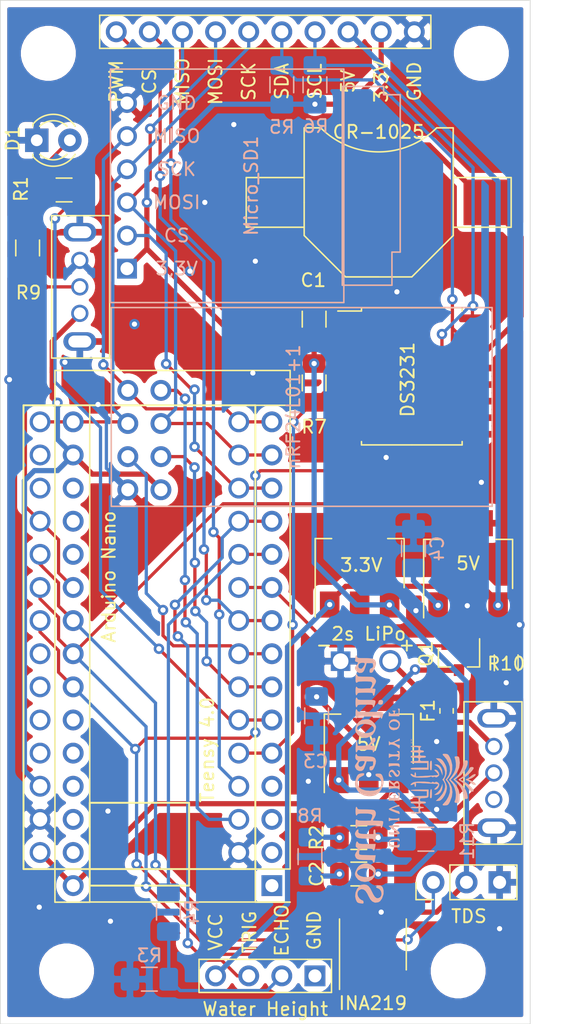
<source format=kicad_pcb>
(kicad_pcb (version 20171130) (host pcbnew "(5.1.6)-1")
  (layers (0 F.Cu signal) (31 B.Cu signal) (34 B.Paste user) (35 F.Paste user) (36 B.SilkS user) (37 F.SilkS user) (38 B.Mask user) (39 F.Mask user) (44 Edge.Cuts user))
  (net 0 "")
  (net 1 GND)
  (net 2 "Net-(D1-Pad2)")
  (net 3 "Net-(F1-Pad1)")
  (net 4 "Net-(F1-Pad2)")
  (net 5 "Net-(switch1-Pad3)")
  (net 6 "Net-(U1-Pad28)")
  (net 7 "Net-(U1-Pad30)")
  (net 8 "Net-(U1-Pad29)")
  (net 9 "Net-(U1-Pad22)")
  (net 10 "Net-(BT1-Pad1)")
  (net 11 "Net-(C1-Pad1)")
  (net 12 "Net-(U2-Pad1)")
  (net 13 "Net-(U2-Pad4)")
  (net 14 "Net-(U4-Pad1)")
  (net 15 "Net-(A1-Pad1)")
  (net 16 "Net-(A1-Pad17)")
  (net 17 "Net-(A1-Pad2)")
  (net 18 "Net-(A1-Pad18)")
  (net 19 "Net-(A1-Pad3)")
  (net 20 "Net-(A1-Pad19)")
  (net 21 "Net-(A1-Pad4)")
  (net 22 "Net-(A1-Pad20)")
  (net 23 "Net-(A1-Pad5)")
  (net 24 "Net-(A1-Pad21)")
  (net 25 "Net-(A1-Pad6)")
  (net 26 "Net-(A1-Pad22)")
  (net 27 "Net-(A1-Pad7)")
  (net 28 "Net-(A1-Pad23)")
  (net 29 "Net-(A1-Pad8)")
  (net 30 "Net-(A1-Pad24)")
  (net 31 "Net-(A1-Pad9)")
  (net 32 "Net-(A1-Pad25)")
  (net 33 "Net-(A1-Pad10)")
  (net 34 "Net-(A1-Pad26)")
  (net 35 "Net-(A1-Pad11)")
  (net 36 "Net-(A1-Pad27)")
  (net 37 "Net-(A1-Pad12)")
  (net 38 "Net-(A1-Pad28)")
  (net 39 "Net-(A1-Pad13)")
  (net 40 "Net-(A1-Pad29)")
  (net 41 "Net-(A1-Pad14)")
  (net 42 "Net-(A1-Pad15)")
  (net 43 "Net-(A1-Pad16)")
  (net 44 "Net-(C2-Pad1)")
  (net 45 "Net-(C2-Pad2)")
  (net 46 "Net-(R3-Pad1)")
  (net 47 "Net-(U1-Pad27)")
  (net 48 "Net-(U1-Pad21)")
  (net 49 "Net-(U3-Pad1)")
  (net 50 "Net-(U3-Pad2)")
  (net 51 "Net-(Ultrasonic_sensor1-Pad1)")
  (net 52 "Net-(A1-Pad30)")
  (net 53 "Net-(C4-Pad1)")
  (net 54 "Net-(U1-Pad2)")
  (net 55 "Net-(U1-Pad3)")
  (net 56 "Net-(R2-Pad1)")
  (net 57 "Net-(R11-Pad2)")
  (module custom:HCSR04 (layer F.Cu) (at 157.48 144.907)
    (fp_text reference "Water Height" (at 0 3.81) (layer F.SilkS))
    (fp_text value HCSR04)
    (fp_text user VCC (at -3.81 -2.0955 90) (layer F.SilkS))
    (fp_text user TRIG (at -1.2065 -2.0955 90) (layer F.SilkS))
    (fp_text user ECHO (at 1.27 -2.2225 90) (layer F.SilkS))
    (fp_text user GND (at 3.7465 -2.2225 90) (layer F.SilkS))
    (pad 1 thru_hole rect (at 3.81 1.27) (size 1.6 1.6) (drill 1) (layers *.Cu *.Mask) (net 51 "Net-(Ultrasonic_sensor1-Pad1)"))
    (pad 2 thru_hole circle (at 1.27 1.27) (size 1.6 1.6) (drill 1) (layers *.Cu *.Mask) (net 46 "Net-(R3-Pad1)"))
    (pad 3 thru_hole circle (at -1.27 1.27) (size 1.6 1.6) (drill 1) (layers *.Cu *.Mask) (net 37 "Net-(A1-Pad12)"))
    (pad 4 thru_hole circle (at -3.81 1.27) (size 1.6 1.6) (drill 1) (layers *.Cu *.Mask) (net 14 "Net-(U4-Pad1)"))
  )
  (module Module:Arduino_Nano (layer F.Cu) (at 157.988 139.2555 180)
    (fp_text reference "Arduino Nano" (at 12.5095 23.6855 90) (layer F.SilkS))
    (fp_text value Arduino_Nano_v2.x-MCU_Module)
    (pad 16 thru_hole oval (at 15.24 35.56 180) (size 1.6 1.6) (drill 1) (layers *.Cu *.Mask) (net 43 "Net-(A1-Pad16)"))
    (pad 15 thru_hole oval (at 0 35.56 180) (size 1.6 1.6) (drill 1) (layers *.Cu *.Mask) (net 42 "Net-(A1-Pad15)"))
    (pad 30 thru_hole oval (at 15.24 0 180) (size 1.6 1.6) (drill 1) (layers *.Cu *.Mask) (net 52 "Net-(A1-Pad30)"))
    (pad 14 thru_hole oval (at 0 33.02 180) (size 1.6 1.6) (drill 1) (layers *.Cu *.Mask) (net 41 "Net-(A1-Pad14)"))
    (pad 29 thru_hole oval (at 15.24 2.54 180) (size 1.6 1.6) (drill 1) (layers *.Cu *.Mask) (net 40 "Net-(A1-Pad29)"))
    (pad 13 thru_hole oval (at 0 30.48 180) (size 1.6 1.6) (drill 1) (layers *.Cu *.Mask) (net 39 "Net-(A1-Pad13)"))
    (pad 28 thru_hole oval (at 15.24 5.08 180) (size 1.6 1.6) (drill 1) (layers *.Cu *.Mask) (net 38 "Net-(A1-Pad28)"))
    (pad 12 thru_hole oval (at 0 27.94 180) (size 1.6 1.6) (drill 1) (layers *.Cu *.Mask) (net 37 "Net-(A1-Pad12)"))
    (pad 27 thru_hole oval (at 15.24 7.62 180) (size 1.6 1.6) (drill 1) (layers *.Cu *.Mask) (net 36 "Net-(A1-Pad27)"))
    (pad 11 thru_hole oval (at 0 25.4 180) (size 1.6 1.6) (drill 1) (layers *.Cu *.Mask) (net 35 "Net-(A1-Pad11)"))
    (pad 26 thru_hole oval (at 15.24 10.16 180) (size 1.6 1.6) (drill 1) (layers *.Cu *.Mask) (net 34 "Net-(A1-Pad26)"))
    (pad 10 thru_hole oval (at 0 22.86 180) (size 1.6 1.6) (drill 1) (layers *.Cu *.Mask) (net 33 "Net-(A1-Pad10)"))
    (pad 25 thru_hole oval (at 15.24 12.7 180) (size 1.6 1.6) (drill 1) (layers *.Cu *.Mask) (net 32 "Net-(A1-Pad25)"))
    (pad 9 thru_hole oval (at 0 20.32 180) (size 1.6 1.6) (drill 1) (layers *.Cu *.Mask) (net 31 "Net-(A1-Pad9)"))
    (pad 24 thru_hole oval (at 15.24 15.24 180) (size 1.6 1.6) (drill 1) (layers *.Cu *.Mask) (net 30 "Net-(A1-Pad24)"))
    (pad 8 thru_hole oval (at 0 17.78 180) (size 1.6 1.6) (drill 1) (layers *.Cu *.Mask) (net 29 "Net-(A1-Pad8)"))
    (pad 23 thru_hole oval (at 15.24 17.78 180) (size 1.6 1.6) (drill 1) (layers *.Cu *.Mask) (net 28 "Net-(A1-Pad23)"))
    (pad 7 thru_hole oval (at 0 15.24 180) (size 1.6 1.6) (drill 1) (layers *.Cu *.Mask) (net 27 "Net-(A1-Pad7)"))
    (pad 22 thru_hole oval (at 15.24 20.32 180) (size 1.6 1.6) (drill 1) (layers *.Cu *.Mask) (net 26 "Net-(A1-Pad22)"))
    (pad 6 thru_hole oval (at 0 12.7 180) (size 1.6 1.6) (drill 1) (layers *.Cu *.Mask) (net 25 "Net-(A1-Pad6)"))
    (pad 21 thru_hole oval (at 15.24 22.86 180) (size 1.6 1.6) (drill 1) (layers *.Cu *.Mask) (net 24 "Net-(A1-Pad21)"))
    (pad 5 thru_hole oval (at 0 10.16 180) (size 1.6 1.6) (drill 1) (layers *.Cu *.Mask) (net 23 "Net-(A1-Pad5)"))
    (pad 20 thru_hole oval (at 15.24 25.4 180) (size 1.6 1.6) (drill 1) (layers *.Cu *.Mask) (net 22 "Net-(A1-Pad20)"))
    (pad 4 thru_hole oval (at 0 7.62 180) (size 1.6 1.6) (drill 1) (layers *.Cu *.Mask) (net 21 "Net-(A1-Pad4)"))
    (pad 19 thru_hole oval (at 15.24 27.94 180) (size 1.6 1.6) (drill 1) (layers *.Cu *.Mask) (net 20 "Net-(A1-Pad19)"))
    (pad 3 thru_hole oval (at 0 5.08 180) (size 1.6 1.6) (drill 1) (layers *.Cu *.Mask) (net 19 "Net-(A1-Pad3)"))
    (pad 18 thru_hole oval (at 15.24 30.48 180) (size 1.6 1.6) (drill 1) (layers *.Cu *.Mask) (net 18 "Net-(A1-Pad18)"))
    (pad 2 thru_hole oval (at 0 2.54 180) (size 1.6 1.6) (drill 1) (layers *.Cu *.Mask) (net 17 "Net-(A1-Pad2)"))
    (pad 17 thru_hole oval (at 15.24 33.02 180) (size 1.6 1.6) (drill 1) (layers *.Cu *.Mask) (net 16 "Net-(A1-Pad17)"))
    (pad 1 thru_hole rect (at 0 0 180) (size 1.6 1.6) (drill 1) (layers *.Cu *.Mask) (net 15 "Net-(A1-Pad1)"))
  )
  (module Connector_PinHeader_2.54mm:PinHeader_1x03_P2.54mm_Vertical (layer F.Cu) (at 170.3705 139.0015 90)
    (fp_text reference TDS (at -2.6035 2.7305) (layer F.SilkS))
    (fp_text value tds_3pin)
    (pad 1 thru_hole oval (at 0 0 90) (size 1.7 1.7) (drill 1) (layers *.Cu *.Mask) (net 26 "Net-(A1-Pad22)"))
    (pad 2 thru_hole oval (at 0 2.54 90) (size 1.7 1.7) (drill 1) (layers *.Cu *.Mask) (net 11 "Net-(C1-Pad1)"))
    (pad 3 thru_hole rect (at 0 5.08 90) (size 1.7 1.7) (drill 1) (layers *.Cu *.Mask) (net 1 GND))
  )
  (module Resistor_SMD:R_1206_3216Metric_Pad1.42x1.75mm_HandSolder (layer B.Cu) (at 169.799 135.6995 180)
    (fp_text reference R11 (at -3.175 -0.127 90) (layer B.SilkS) (effects (justify mirror)))
    (fp_text value 10)
    (pad 2 smd roundrect (at 1.4875 0 180) (size 1.425 1.75) (layers B.Cu B.Paste B.Mask) (roundrect_rratio 0.175439) (net 57 "Net-(R11-Pad2)"))
    (pad 1 smd roundrect (at -1.4875 0 180) (size 1.425 1.75) (layers B.Cu B.Paste B.Mask) (roundrect_rratio 0.175439) (net 45 "Net-(C2-Pad2)"))
  )
  (module Resistor_SMD:R_1206_3216Metric_Pad1.42x1.75mm_HandSolder (layer B.Cu) (at 160.909 137.033 90)
    (fp_text reference R8 (at 3.1115 0 180) (layer B.SilkS) (effects (justify mirror)))
    (fp_text value 10)
    (pad 2 smd roundrect (at 1.4875 0 90) (size 1.425 1.75) (layers B.Cu B.Paste B.Mask) (roundrect_rratio 0.175439) (net 56 "Net-(R2-Pad1)"))
    (pad 1 smd roundrect (at -1.4875 0 90) (size 1.425 1.75) (layers B.Cu B.Paste B.Mask) (roundrect_rratio 0.175439) (net 44 "Net-(C2-Pad1)"))
  )
  (module custom:teensy4.0 (layer F.Cu) (at 147.193 120.2055 90)
    (fp_text reference "Teensy 4.0" (at -8.636 5.842 90) (layer F.SilkS))
    (fp_text value Teensy4.0)
    (pad 1 thru_hole circle (at -16.51 8.255 90) (size 1.6 1.6) (drill 1.1) (layers *.Cu *.Mask) (net 1 GND))
    (pad 26 thru_hole circle (at 1.27 -6.985 90) (size 1.6 1.6) (drill 1.1) (layers *.Cu *.Mask) (net 30 "Net-(A1-Pad24)"))
    (pad 7 thru_hole circle (at -1.27 8.255 90) (size 1.6 1.6) (drill 1.1) (layers *.Cu *.Mask) (net 29 "Net-(A1-Pad8)"))
    (pad 11 thru_hole circle (at 8.89 8.255 90) (size 1.6 1.6) (drill 1.1) (layers *.Cu *.Mask) (net 37 "Net-(A1-Pad12)"))
    (pad 12 thru_hole circle (at 11.43 8.255 90) (size 1.6 1.6) (drill 1.1) (layers *.Cu *.Mask) (net 39 "Net-(A1-Pad13)"))
    (pad 14 thru_hole circle (at 16.51 8.255 90) (size 1.6 1.6) (drill 1.1) (layers *.Cu *.Mask) (net 42 "Net-(A1-Pad15)"))
    (pad 32 thru_hole circle (at -13.97 -6.985 90) (size 1.6 1.6) (drill 1.1) (layers *.Cu *.Mask) (net 1 GND))
    (pad 28 thru_hole circle (at -3.81 -6.985 90) (size 1.6 1.6) (drill 1.1) (layers *.Cu *.Mask) (net 6 "Net-(U1-Pad28)"))
    (pad 23 thru_hole circle (at 8.89 -6.985 90) (size 1.6 1.6) (drill 1.1) (layers *.Cu *.Mask) (net 24 "Net-(A1-Pad21)"))
    (pad 13 thru_hole circle (at 13.97 8.255 90) (size 1.6 1.6) (drill 1.1) (layers *.Cu *.Mask) (net 41 "Net-(A1-Pad14)"))
    (pad 33 thru_hole circle (at -16.51 -6.985 90) (size 1.6 1.6) (drill 1.1) (layers *.Cu *.Mask) (net 52 "Net-(A1-Pad30)"))
    (pad 30 thru_hole circle (at -8.89 -6.985 90) (size 1.6 1.6) (drill 1.1) (layers *.Cu *.Mask) (net 7 "Net-(U1-Pad30)"))
    (pad 27 thru_hole circle (at -1.27 -6.985 90) (size 1.6 1.6) (drill 1.1) (layers *.Cu *.Mask) (net 47 "Net-(U1-Pad27)"))
    (pad 25 thru_hole circle (at 3.81 -6.985 90) (size 1.6 1.6) (drill 1.1) (layers *.Cu *.Mask) (net 28 "Net-(A1-Pad23)"))
    (pad 24 thru_hole circle (at 6.35 -6.985 90) (size 1.6 1.6) (drill 1.1) (layers *.Cu *.Mask) (net 26 "Net-(A1-Pad22)"))
    (pad 20 thru_hole circle (at 16.51 -6.985 90) (size 1.6 1.6) (drill 1.1) (layers *.Cu *.Mask) (net 43 "Net-(A1-Pad16)"))
    (pad 2 thru_hole circle (at -13.97 8.255 90) (size 1.6 1.6) (drill 1.1) (layers *.Cu *.Mask) (net 54 "Net-(U1-Pad2)"))
    (pad 21 thru_hole circle (at 13.97 -6.985 90) (size 1.6 1.6) (drill 1.1) (layers *.Cu *.Mask) (net 48 "Net-(U1-Pad21)"))
    (pad 29 thru_hole circle (at -6.35 -6.985 90) (size 1.6 1.6) (drill 1.1) (layers *.Cu *.Mask) (net 8 "Net-(U1-Pad29)"))
    (pad 3 thru_hole circle (at -11.43 8.255 90) (size 1.6 1.6) (drill 1.1) (layers *.Cu *.Mask) (net 55 "Net-(U1-Pad3)"))
    (pad 4 thru_hole circle (at -8.89 8.255 90) (size 1.6 1.6) (drill 1.1) (layers *.Cu *.Mask) (net 23 "Net-(A1-Pad5)"))
    (pad 5 thru_hole circle (at -6.35 8.255 90) (size 1.6 1.6) (drill 1.1) (layers *.Cu *.Mask) (net 25 "Net-(A1-Pad6)"))
    (pad 9 thru_hole circle (at 3.81 8.255 90) (size 1.6 1.6) (drill 1.1) (layers *.Cu *.Mask) (net 33 "Net-(A1-Pad10)"))
    (pad 6 thru_hole circle (at -3.81 8.255 90) (size 1.6 1.6) (drill 1.1) (layers *.Cu *.Mask) (net 27 "Net-(A1-Pad7)"))
    (pad 8 thru_hole circle (at 1.27 8.255 90) (size 1.6 1.6) (drill 1.1) (layers *.Cu *.Mask) (net 31 "Net-(A1-Pad9)"))
    (pad 10 thru_hole circle (at 6.35 8.255 90) (size 1.6 1.6) (drill 1.1) (layers *.Cu *.Mask) (net 35 "Net-(A1-Pad11)"))
    (pad 31 thru_hole circle (at -11.43 -6.985 90) (size 1.6 1.6) (drill 1.1) (layers *.Cu *.Mask) (net 16 "Net-(A1-Pad17)"))
    (pad 22 thru_hole circle (at 11.43 -6.985 90) (size 1.6 1.6) (drill 1.1) (layers *.Cu *.Mask) (net 9 "Net-(U1-Pad22)"))
  )
  (module UofSC_logo:uofsc_logo_0_75in (layer B.Cu) (at 169.037 131.1275 90)
    (fp_text reference G*** hide)
    (fp_text value LOGO hide)
  )
  (module Resistor_SMD:R_1206_3216Metric_Pad1.42x1.75mm_HandSolder (layer B.Cu) (at 168.8465 113.411 90)
    (fp_text reference C4 (at 0 1.82 90) (layer B.SilkS) (effects (justify mirror)))
    (fp_text value C)
    (pad 2 smd roundrect (at 1.4875 0 90) (size 1.425 1.75) (layers B.Cu B.Paste B.Mask) (roundrect_rratio 0.175439) (net 1 GND))
    (pad 1 smd roundrect (at -1.4875 0 90) (size 1.425 1.75) (layers B.Cu B.Paste B.Mask) (roundrect_rratio 0.175439) (net 53 "Net-(C4-Pad1)"))
  )
  (module Resistor_SMD:R_1206_3216Metric_Pad1.42x1.75mm_HandSolder (layer B.Cu) (at 161.417 126.238 90)
    (fp_text reference C3 (at -3.4925 -0.0635) (layer B.SilkS) (effects (justify mirror)))
    (fp_text value C)
    (pad 2 smd roundrect (at 1.4875 0 90) (size 1.425 1.75) (layers B.Cu B.Paste B.Mask) (roundrect_rratio 0.175439) (net 52 "Net-(A1-Pad30)"))
    (pad 1 smd roundrect (at -1.4875 0 90) (size 1.425 1.75) (layers B.Cu B.Paste B.Mask) (roundrect_rratio 0.175439) (net 1 GND))
  )
  (module Resistor_SMD:R_1206_3216Metric (layer F.Cu) (at 161.2265 95.8215 90)
    (fp_text reference C1 (at 2.9845 -0.0635 180) (layer F.SilkS))
    (fp_text value C)
    (pad 1 smd roundrect (at -1.4 0 90) (size 1.25 1.75) (layers F.Cu F.Paste F.Mask) (roundrect_rratio 0.2) (net 11 "Net-(C1-Pad1)"))
    (pad 2 smd roundrect (at 1.4 0 90) (size 1.25 1.75) (layers F.Cu F.Paste F.Mask) (roundrect_rratio 0.2) (net 1 GND))
  )
  (module Resistor_SMD:R_1206_3216Metric_Pad1.42x1.75mm_HandSolder (layer F.Cu) (at 175.9585 122.174 90)
    (fp_text reference R10 (at -0.0635 0 180) (layer F.SilkS))
    (fp_text value 10k)
    (pad 2 smd roundrect (at 1.4875 0 90) (size 1.425 1.75) (layers F.Cu F.Paste F.Mask) (roundrect_rratio 0.175439) (net 53 "Net-(C4-Pad1)"))
    (pad 1 smd roundrect (at -1.4875 0 90) (size 1.425 1.75) (layers F.Cu F.Paste F.Mask) (roundrect_rratio 0.175439) (net 1 GND))
  )
  (module MountingHole:MountingHole_3.2mm_M3 (layer F.Cu) (at 140.843 75.438)
    (fp_text reference REF** hide)
    (fp_text value MountingHole_3.2mm_M3)
    (pad 1 np_thru_hole circle (at 0 0) (size 3.2 3.2) (drill 3.2) (layers *.Cu *.Mask))
  )
  (module MountingHole:MountingHole_3.2mm_M3 (layer F.Cu) (at 174.0535 75.438)
    (fp_text reference REF** hide)
    (fp_text value MountingHole_3.2mm_M3)
    (pad 1 np_thru_hole circle (at 0 0) (size 3.2 3.2) (drill 3.2) (layers *.Cu *.Mask))
  )
  (module MountingHole:MountingHole_3.2mm_M3 (layer F.Cu) (at 142.24 145.796)
    (fp_text reference REF** hide)
    (fp_text value MountingHole_3.2mm_M3)
    (pad 1 np_thru_hole circle (at 0 0) (size 3.2 3.2) (drill 3.2) (layers *.Cu *.Mask))
  )
  (module MountingHole:MountingHole_3.2mm_M3 (layer F.Cu) (at 172.2755 145.796)
    (fp_text reference REF** hide)
    (fp_text value MountingHole_3.2mm_M3)
    (pad 1 np_thru_hole circle (at 0 0) (size 3.2 3.2) (drill 3.2) (layers *.Cu *.Mask))
  )
  (module custom:battery_holder_10mm (layer F.Cu) (at 166.1795 86.868)
    (fp_text reference CR-1025 (at 0 -5.3975) (layer F.SilkS))
    (fp_text value Battery_Cell)
    (pad 1 smd rect (at 8.255 0 270) (size 3.5 3.5) (layers F.Cu F.Mask) (net 10 "Net-(BT1-Pad1)"))
    (pad 1 smd rect (at -8.255 0 270) (size 3.5 3.5) (layers F.Cu F.Mask) (net 10 "Net-(BT1-Pad1)"))
    (pad 2 smd circle (at 0 0 270) (size 8 8) (layers F.Cu F.Mask) (net 1 GND))
  )
  (module Resistor_SMD:R_1206_3216Metric_Pad1.42x1.75mm_HandSolder (layer F.Cu) (at 164.6555 138.3665)
    (fp_text reference C2 (at -3.2385 0 90) (layer F.SilkS))
    (fp_text value C)
    (pad 2 smd roundrect (at 1.4875 0) (size 1.425 1.75) (layers F.Cu F.Paste F.Mask) (roundrect_rratio 0.175439) (net 45 "Net-(C2-Pad2)"))
    (pad 1 smd roundrect (at -1.4875 0) (size 1.425 1.75) (layers F.Cu F.Paste F.Mask) (roundrect_rratio 0.175439) (net 44 "Net-(C2-Pad1)"))
  )
  (module LED_THT:LED_D3.0mm (layer F.Cu) (at 139.954 82.1055)
    (fp_text reference D1 (at -1.8415 -0.127 90) (layer F.SilkS))
    (fp_text value LED)
    (pad 1 thru_hole rect (at 0 0) (size 1.8 1.8) (drill 0.9) (layers *.Cu *.Mask) (net 1 GND))
    (pad 2 thru_hole circle (at 2.54 0) (size 1.8 1.8) (drill 0.9) (layers *.Cu *.Mask) (net 2 "Net-(D1-Pad2)"))
  )
  (module Resistor_SMD:R_0603_1608Metric_Pad1.05x0.95mm_HandSolder (layer F.Cu) (at 171.3865 125.857 90)
    (fp_text reference F1 (at 0 -1.43 90) (layer F.SilkS))
    (fp_text value Fuse)
    (pad 1 smd roundrect (at -0.875 0 90) (size 1.05 0.95) (layers F.Cu F.Paste F.Mask) (net 3 "Net-(F1-Pad1)"))
    (pad 2 smd roundrect (at 0.875 0 90) (size 1.05 0.95) (layers F.Cu F.Paste F.Mask) (net 4 "Net-(F1-Pad2)"))
  )
  (module custom:small_microSD (layer F.Cu) (at 145.6055 85.598 90)
    (fp_text reference Micro_SD1 (at 0 10.795 90) (layer B.SilkS))
    (fp_text value small_microSD)
    (fp_text user 3,3V (at -6.35 5.08) (layer B.SilkS))
    (fp_text user CS (at -3.81 5.08) (layer B.SilkS))
    (fp_text user MOSI (at -1.27 5.08) (layer B.SilkS))
    (fp_text user SCK (at 1.27 5.08) (layer B.SilkS))
    (fp_text user MISO (at 3.81 5.08) (layer B.SilkS))
    (fp_text user GND (at 6.35 5.08) (layer B.SilkS))
    (pad 1 thru_hole rect (at -6.35 1.27 90) (size 1.524 1.524) (drill 1) (layers *.Cu *.Mask) (net 11 "Net-(C1-Pad1)"))
    (pad 2 thru_hole circle (at -3.81 1.27 90) (size 1.524 1.524) (drill 1) (layers *.Cu *.Mask) (net 39 "Net-(A1-Pad13)"))
    (pad 3 thru_hole circle (at -1.27 1.27 90) (size 1.524 1.524) (drill 1) (layers *.Cu *.Mask) (net 41 "Net-(A1-Pad14)"))
    (pad 4 thru_hole circle (at 1.27 1.27 90) (size 1.524 1.524) (drill 1) (layers *.Cu *.Mask) (net 43 "Net-(A1-Pad16)"))
    (pad 5 thru_hole circle (at 3.81 1.27 90) (size 1.524 1.524) (drill 1) (layers *.Cu *.Mask) (net 42 "Net-(A1-Pad15)"))
    (pad 6 thru_hole circle (at 6.35 1.27 90) (size 1.524 1.524) (drill 1) (layers *.Cu *.Mask) (net 1 GND))
  )
  (module custom:nRF24L01+ (layer F.Cu) (at 158.369 102.5525 270)
    (fp_text reference nRF24L01+1 (at 0 -1.27 90) (layer B.SilkS))
    (fp_text value nRF24L01+)
    (pad 8 thru_hole circle (at -1.27 11.43 270) (size 1.6 1.6) (drill 1) (layers *.Cu *.Mask) (net 42 "Net-(A1-Pad15)"))
    (pad 4 thru_hole circle (at -1.27 8.89 270) (size 1.6 1.6) (drill 1) (layers *.Cu *.Mask) (net 54 "Net-(U1-Pad2)"))
    (pad 1 thru_hole circle (at 6.35 8.89 270) (size 1.6 1.6) (drill 1) (layers *.Cu *.Mask) (net 16 "Net-(A1-Pad17)"))
    (pad 2 thru_hole circle (at 3.81 8.89 270) (size 1.6 1.6) (drill 1) (layers *.Cu *.Mask) (net 27 "Net-(A1-Pad7)"))
    (pad 6 thru_hole circle (at 3.81 11.43 270) (size 1.6 1.6) (drill 1) (layers *.Cu *.Mask) (net 29 "Net-(A1-Pad8)"))
    (pad 5 thru_hole circle (at 6.35 11.43 270) (size 1.6 1.6) (drill 1) (layers *.Cu *.Mask) (net 1 GND))
    (pad 7 thru_hole circle (at 1.27 11.43 270) (size 1.6 1.6) (drill 1) (layers *.Cu *.Mask) (net 43 "Net-(A1-Pad16)"))
    (pad 3 thru_hole circle (at 1.27 8.89 270) (size 1.6 1.6) (drill 1) (layers *.Cu *.Mask) (net 41 "Net-(A1-Pad14)"))
  )
  (module custom:XT60PW (layer F.Cu) (at 165.7985 119.507)
    (fp_text reference "2s LiPo" (at -0.381 0.4445) (layer F.SilkS))
    (fp_text value XP60PW)
    (fp_text user + (at 2.54 1.27) (layer F.SilkS))
    (fp_text user - (at -3.81 1.27) (layer F.SilkS))
    (pad 2 thru_hole circle (at 1.27 2.54) (size 1.7 1.7) (drill 1.2) (layers *.Cu *.Mask) (net 4 "Net-(F1-Pad2)"))
    (pad 1 thru_hole rect (at -2.54 2.54) (size 1.5 1.5) (drill 1.2) (layers *.Cu *.Mask) (net 1 GND))
  )
  (module Package_TO_SOT_SMD:SOT-23 (layer F.Cu) (at 172.339 121.7295 270)
    (fp_text reference Q1 (at -0.254 2.54 90) (layer F.SilkS))
    (fp_text value 2N2219)
    (pad 1 smd rect (at -1 -0.95 270) (size 0.9 0.8) (layers F.Cu F.Paste F.Mask) (net 53 "Net-(C4-Pad1)"))
    (pad 2 smd rect (at -1 0.95 270) (size 0.9 0.8) (layers F.Cu F.Paste F.Mask) (net 33 "Net-(A1-Pad10)"))
    (pad 3 smd rect (at 1 0 270) (size 0.9 0.8) (layers F.Cu F.Paste F.Mask) (net 45 "Net-(C2-Pad2)"))
  )
  (module Resistor_SMD:R_1206_3216Metric_Pad1.42x1.75mm_HandSolder (layer F.Cu) (at 142.0495 85.9155 180)
    (fp_text reference R1 (at 3.302 0.0635 90) (layer F.SilkS))
    (fp_text value 1k)
    (pad 1 smd roundrect (at -1.4875 0 180) (size 1.425 1.75) (layers F.Cu F.Paste F.Mask) (roundrect_rratio 0.175439) (net 25 "Net-(A1-Pad6)"))
    (pad 2 smd roundrect (at 1.4875 0 180) (size 1.425 1.75) (layers F.Cu F.Paste F.Mask) (roundrect_rratio 0.175439) (net 2 "Net-(D1-Pad2)"))
  )
  (module Resistor_SMD:R_1206_3216Metric_Pad1.42x1.75mm_HandSolder (layer F.Cu) (at 164.6555 135.5725)
    (fp_text reference R2 (at -3.2385 0 90) (layer F.SilkS))
    (fp_text value Rs)
    (pad 1 smd roundrect (at -1.4875 0) (size 1.425 1.75) (layers F.Cu F.Paste F.Mask) (roundrect_rratio 0.175439) (net 56 "Net-(R2-Pad1)"))
    (pad 2 smd roundrect (at 1.4875 0) (size 1.425 1.75) (layers F.Cu F.Paste F.Mask) (roundrect_rratio 0.175439) (net 57 "Net-(R11-Pad2)"))
  )
  (module Resistor_SMD:R_1206_3216Metric_Pad1.42x1.75mm_HandSolder (layer B.Cu) (at 148.59 146.431 180)
    (fp_text reference R3 (at 0 1.82) (layer B.SilkS) (effects (justify mirror)))
    (fp_text value 2.2k)
    (pad 2 smd roundrect (at 1.4875 0 180) (size 1.425 1.75) (layers B.Cu B.Paste B.Mask) (roundrect_rratio 0.175439) (net 1 GND))
    (pad 1 smd roundrect (at -1.4875 0 180) (size 1.425 1.75) (layers B.Cu B.Paste B.Mask) (roundrect_rratio 0.175439) (net 46 "Net-(R3-Pad1)"))
  )
  (module Resistor_SMD:R_1206_3216Metric_Pad1.42x1.75mm_HandSolder (layer B.Cu) (at 150.0505 141.2875 90)
    (fp_text reference R4 (at 0 1.82 90) (layer B.SilkS) (effects (justify mirror)))
    (fp_text value 2.2k)
    (pad 2 smd roundrect (at 1.4875 0 90) (size 1.425 1.75) (layers B.Cu B.Paste B.Mask) (roundrect_rratio 0.175439) (net 35 "Net-(A1-Pad11)"))
    (pad 1 smd roundrect (at -1.4875 0 90) (size 1.425 1.75) (layers B.Cu B.Paste B.Mask) (roundrect_rratio 0.175439) (net 46 "Net-(R3-Pad1)"))
  )
  (module Resistor_SMD:R_1206_3216Metric_Pad1.42x1.75mm_HandSolder (layer B.Cu) (at 158.75 77.851 90)
    (fp_text reference R5 (at -3.2385 0 180) (layer B.SilkS) (effects (justify mirror)))
    (fp_text value 4.7k)
    (pad 2 smd roundrect (at 1.4875 0 90) (size 1.425 1.75) (layers B.Cu B.Paste B.Mask) (roundrect_rratio 0.175439) (net 28 "Net-(A1-Pad23)"))
    (pad 1 smd roundrect (at -1.4875 0 90) (size 1.425 1.75) (layers B.Cu B.Paste B.Mask) (roundrect_rratio 0.175439) (net 11 "Net-(C1-Pad1)"))
  )
  (module Resistor_SMD:R_1206_3216Metric_Pad1.42x1.75mm_HandSolder (layer B.Cu) (at 161.29 77.851 90)
    (fp_text reference R6 (at -3.175 0.0635) (layer B.SilkS) (effects (justify mirror)))
    (fp_text value 4.7k)
    (pad 2 smd roundrect (at 1.4875 0 90) (size 1.425 1.75) (layers B.Cu B.Paste B.Mask) (roundrect_rratio 0.175439) (net 30 "Net-(A1-Pad24)"))
    (pad 1 smd roundrect (at -1.4875 0 90) (size 1.425 1.75) (layers B.Cu B.Paste B.Mask) (roundrect_rratio 0.175439) (net 11 "Net-(C1-Pad1)"))
  )
  (module Resistor_SMD:R_1206_3216Metric_Pad1.42x1.75mm_HandSolder (layer F.Cu) (at 161.2265 100.711 270)
    (fp_text reference R7 (at 3.3655 0 180) (layer F.SilkS))
    (fp_text value 4.7k)
    (pad 1 smd roundrect (at -1.4875 0 270) (size 1.425 1.75) (layers F.Cu F.Paste F.Mask) (roundrect_rratio 0.175439) (net 11 "Net-(C1-Pad1)"))
    (pad 2 smd roundrect (at 1.4875 0 270) (size 1.425 1.75) (layers F.Cu F.Paste F.Mask) (roundrect_rratio 0.175439) (net 23 "Net-(A1-Pad5)"))
  )
  (module Resistor_SMD:R_1206_3216Metric_Pad1.42x1.75mm_HandSolder (layer F.Cu) (at 139.2555 90.3605 90)
    (fp_text reference R9 (at -3.429 0.0635 180) (layer F.SilkS))
    (fp_text value 10k)
    (pad 1 smd roundrect (at -1.4875 0 90) (size 1.425 1.75) (layers F.Cu F.Paste F.Mask) (roundrect_rratio 0.175439) (net 24 "Net-(A1-Pad21)"))
    (pad 2 smd roundrect (at 1.4875 0 90) (size 1.425 1.75) (layers F.Cu F.Paste F.Mask) (roundrect_rratio 0.175439) (net 1 GND))
  )
  (module custom:grounded_switch (layer F.Cu) (at 180.086 130.6195 270)
    (fp_text reference switch1 hide)
    (fp_text value grounded_switch)
    (pad 1 thru_hole circle (at -2.032 5.08 270) (size 1.324 1.324) (drill 0.914) (layers *.Cu *.Mask) (net 3 "Net-(F1-Pad1)"))
    (pad 2 thru_hole circle (at 0 5.08 270) (size 1.324 1.324) (drill 0.914) (layers *.Cu *.Mask) (net 56 "Net-(R2-Pad1)"))
    (pad 3 thru_hole circle (at 2.032 5.08 270) (size 1.324 1.324) (drill 0.914) (layers *.Cu *.Mask) (net 5 "Net-(switch1-Pad3)"))
    (pad 4 thru_hole oval (at -4.191 5.08) (size 2.524 1.424) (drill oval 1.76 0.914) (layers *.Cu *.Mask) (net 1 GND))
    (pad 5 thru_hole oval (at 4.191 5.08) (size 2.524 1.424) (drill oval 1.76 0.914) (layers *.Cu *.Mask) (net 1 GND))
  )
  (module custom:grounded_switch (layer F.Cu) (at 138.176 93.345 90)
    (fp_text reference switch2 hide)
    (fp_text value grounded_DIP_switch)
    (pad 5 thru_hole oval (at 4.191 5.08 180) (size 2.524 1.424) (drill oval 1.76 0.914) (layers *.Cu *.Mask) (net 1 GND))
    (pad 4 thru_hole oval (at -4.191 5.08 180) (size 2.524 1.424) (drill oval 1.76 0.914) (layers *.Cu *.Mask) (net 1 GND))
    (pad 3 thru_hole circle (at 2.032 5.08 90) (size 1.324 1.324) (drill 0.914) (layers *.Cu *.Mask) (net 1 GND))
    (pad 2 thru_hole circle (at 0 5.08 90) (size 1.324 1.324) (drill 0.914) (layers *.Cu *.Mask) (net 24 "Net-(A1-Pad21)"))
    (pad 1 thru_hole circle (at -2.032 5.08 90) (size 1.324 1.324) (drill 0.914) (layers *.Cu *.Mask) (net 16 "Net-(A1-Pad17)"))
  )
  (module custom:top_rail (layer F.Cu) (at 156.21 73.787)
    (fp_text reference top_rail1 hide)
    (fp_text value top_rail)
    (fp_text user CS (at -7.62 3.81 90) (layer F.SilkS))
    (fp_text user MISO (at -5.08 3.81 90) (layer F.SilkS))
    (fp_text user MOSI (at -2.54 3.81 90) (layer F.SilkS))
    (fp_text user SCK (at 0 3.81 90) (layer F.SilkS))
    (fp_text user SDA (at 2.54 3.81 90) (layer F.SilkS))
    (fp_text user SCL (at 5.08 3.81 90) (layer F.SilkS))
    (fp_text user 5V (at 7.62 3.81 90) (layer F.SilkS))
    (fp_text user 3.3V (at 10.16 3.81 90) (layer F.SilkS))
    (fp_text user GND (at 12.7 3.81 90) (layer F.SilkS))
    (fp_text user PWM (at -10.16 3.81 90) (layer F.SilkS))
    (pad 1 thru_hole circle (at -7.62 0) (size 1.6 1.6) (drill 1) (layers *.Cu *.Mask) (net 55 "Net-(U1-Pad3)"))
    (pad 2 thru_hole circle (at -5.08 0) (size 1.6 1.6) (drill 1) (layers *.Cu *.Mask) (net 42 "Net-(A1-Pad15)"))
    (pad 3 thru_hole circle (at -2.54 0) (size 1.6 1.6) (drill 1) (layers *.Cu *.Mask) (net 41 "Net-(A1-Pad14)"))
    (pad 4 thru_hole circle (at 0 0) (size 1.6 1.6) (drill 1) (layers *.Cu *.Mask) (net 43 "Net-(A1-Pad16)"))
    (pad 5 thru_hole circle (at 2.54 0) (size 1.6 1.6) (drill 1) (layers *.Cu *.Mask) (net 28 "Net-(A1-Pad23)"))
    (pad 6 thru_hole circle (at 5.08 0) (size 1.6 1.6) (drill 1) (layers *.Cu *.Mask) (net 30 "Net-(A1-Pad24)"))
    (pad 7 thru_hole circle (at 7.62 0) (size 1.6 1.6) (drill 1) (layers *.Cu *.Mask) (net 14 "Net-(U4-Pad1)"))
    (pad 8 thru_hole circle (at 10.16 0) (size 1.6 1.6) (drill 1) (layers *.Cu *.Mask) (net 11 "Net-(C1-Pad1)"))
    (pad 9 thru_hole circle (at 12.7 0) (size 1.6 1.6) (drill 1) (layers *.Cu *.Mask) (net 1 GND))
    (pad 10 thru_hole circle (at -10.16 0) (size 1.6 1.6) (drill 1) (layers *.Cu *.Mask) (net 31 "Net-(A1-Pad9)"))
  )
  (module Package_SO:SOIC-16W_7.5x10.3mm_P1.27mm (layer F.Cu) (at 168.7195 100.203)
    (fp_text reference DS3231 (at -0.3175 0.254 90) (layer F.SilkS))
    (fp_text value DS3231M)
    (pad 1 smd roundrect (at -4.65 -4.445) (size 2.05 0.6) (layers F.Cu F.Paste F.Mask) (net 12 "Net-(U2-Pad1)"))
    (pad 2 smd roundrect (at -4.65 -3.175) (size 2.05 0.6) (layers F.Cu F.Paste F.Mask) (net 11 "Net-(C1-Pad1)"))
    (pad 3 smd roundrect (at -4.65 -1.905) (size 2.05 0.6) (layers F.Cu F.Paste F.Mask) (net 23 "Net-(A1-Pad5)"))
    (pad 4 smd roundrect (at -4.65 -0.635) (size 2.05 0.6) (layers F.Cu F.Paste F.Mask) (net 13 "Net-(U2-Pad4)"))
    (pad 5 smd roundrect (at -4.65 0.635) (size 2.05 0.6) (layers F.Cu F.Paste F.Mask) (net 1 GND))
    (pad 6 smd roundrect (at -4.65 1.905) (size 2.05 0.6) (layers F.Cu F.Paste F.Mask) (net 1 GND))
    (pad 7 smd roundrect (at -4.65 3.175) (size 2.05 0.6) (layers F.Cu F.Paste F.Mask) (net 1 GND))
    (pad 8 smd roundrect (at -4.65 4.445) (size 2.05 0.6) (layers F.Cu F.Paste F.Mask) (net 1 GND))
    (pad 9 smd roundrect (at 4.65 4.445) (size 2.05 0.6) (layers F.Cu F.Paste F.Mask) (net 1 GND))
    (pad 10 smd roundrect (at 4.65 3.175) (size 2.05 0.6) (layers F.Cu F.Paste F.Mask) (net 1 GND))
    (pad 11 smd roundrect (at 4.65 1.905) (size 2.05 0.6) (layers F.Cu F.Paste F.Mask) (net 1 GND))
    (pad 12 smd roundrect (at 4.65 0.635) (size 2.05 0.6) (layers F.Cu F.Paste F.Mask) (net 1 GND))
    (pad 13 smd roundrect (at 4.65 -0.635) (size 2.05 0.6) (layers F.Cu F.Paste F.Mask) (net 1 GND))
    (pad 14 smd roundrect (at 4.65 -1.905) (size 2.05 0.6) (layers F.Cu F.Paste F.Mask) (net 10 "Net-(BT1-Pad1)"))
    (pad 15 smd roundrect (at 4.65 -3.175) (size 2.05 0.6) (layers F.Cu F.Paste F.Mask) (net 28 "Net-(A1-Pad23)"))
    (pad 16 smd roundrect (at 4.65 -4.445) (size 2.05 0.6) (layers F.Cu F.Paste F.Mask) (net 30 "Net-(A1-Pad24)"))
  )
  (module Package_SO:SOIC-8_3.9x4.9mm_P1.27mm (layer F.Cu) (at 165.735 143.764 90)
    (fp_text reference INA219 (at -4.5085 0 180) (layer F.SilkS))
    (fp_text value INA219AxD)
    (pad 1 smd roundrect (at -2.475 -1.905 90) (size 1.95 0.6) (layers F.Cu F.Paste F.Mask) (net 49 "Net-(U3-Pad1)"))
    (pad 2 smd roundrect (at -2.475 -0.635 90) (size 1.95 0.6) (layers F.Cu F.Paste F.Mask) (net 50 "Net-(U3-Pad2)"))
    (pad 3 smd roundrect (at -2.475 0.635 90) (size 1.95 0.6) (layers F.Cu F.Paste F.Mask) (net 28 "Net-(A1-Pad23)"))
    (pad 4 smd roundrect (at -2.475 1.905 90) (size 1.95 0.6) (layers F.Cu F.Paste F.Mask) (net 30 "Net-(A1-Pad24)"))
    (pad 5 smd roundrect (at 2.475 1.905 90) (size 1.95 0.6) (layers F.Cu F.Paste F.Mask) (net 11 "Net-(C1-Pad1)"))
    (pad 6 smd roundrect (at 2.475 0.635 90) (size 1.95 0.6) (layers F.Cu F.Paste F.Mask) (net 1 GND))
    (pad 7 smd roundrect (at 2.475 -0.635 90) (size 1.95 0.6) (layers F.Cu F.Paste F.Mask) (net 45 "Net-(C2-Pad2)"))
    (pad 8 smd roundrect (at 2.475 -1.905 90) (size 1.95 0.6) (layers F.Cu F.Paste F.Mask) (net 44 "Net-(C2-Pad1)"))
  )
  (module Package_TO_SOT_SMD:SOT-223-3_TabPin2 (layer F.Cu) (at 164.719 114.554 90)
    (fp_text reference 3.3V (at -0.127 0.127 180) (layer F.SilkS))
    (fp_text value KA78M05_TO252)
    (pad 2 smd rect (at 3.15 0 90) (size 2 3.8) (layers F.Cu F.Paste F.Mask) (net 1 GND))
    (pad 2 smd rect (at -3.15 0 90) (size 2 1.5) (layers F.Cu F.Paste F.Mask) (net 1 GND))
    (pad 3 smd rect (at -3.15 2.3 90) (size 2 1.5) (layers F.Cu F.Paste F.Mask) (net 11 "Net-(C1-Pad1)"))
    (pad 1 smd rect (at -3.15 -2.3 90) (size 2 1.5) (layers F.Cu F.Paste F.Mask) (net 14 "Net-(U4-Pad1)"))
  )
  (module Package_TO_SOT_SMD:SOT-223-3_TabPin2 (layer F.Cu) (at 165.4175 128.016 90)
    (fp_text reference 5V (at -0.381 0 180) (layer F.SilkS))
    (fp_text value KA78M05_TO252)
    (pad 1 smd rect (at -3.15 -2.3 90) (size 2 1.5) (layers F.Cu F.Paste F.Mask) (net 45 "Net-(C2-Pad2)"))
    (pad 3 smd rect (at -3.15 2.3 90) (size 2 1.5) (layers F.Cu F.Paste F.Mask) (net 52 "Net-(A1-Pad30)"))
    (pad 2 smd rect (at -3.15 0 90) (size 2 1.5) (layers F.Cu F.Paste F.Mask) (net 1 GND))
    (pad 2 smd rect (at 3.15 0 90) (size 2 3.8) (layers F.Cu F.Paste F.Mask) (net 1 GND))
  )
  (module Package_TO_SOT_SMD:SOT-223-3_TabPin2 (layer F.Cu) (at 173.0375 114.6175 90)
    (fp_text reference 5V (at 0.0635 0 180) (layer F.SilkS))
    (fp_text value KA78M05_TO252)
    (pad 2 smd rect (at 3.15 0 90) (size 2 3.8) (layers F.Cu F.Paste F.Mask) (net 1 GND))
    (pad 2 smd rect (at -3.15 0 90) (size 2 1.5) (layers F.Cu F.Paste F.Mask) (net 1 GND))
    (pad 3 smd rect (at -3.15 2.3 90) (size 2 1.5) (layers F.Cu F.Paste F.Mask) (net 14 "Net-(U4-Pad1)"))
    (pad 1 smd rect (at -3.15 -2.3 90) (size 2 1.5) (layers F.Cu F.Paste F.Mask) (net 53 "Net-(C4-Pad1)"))
  )
  (gr_line (start 137.16 78.74) (end 137.16 71.374) (layer Edge.Cuts) (width 0.05))
  (gr_line (start 177.8 71.628) (end 177.8 71.374) (layer Edge.Cuts) (width 0.05))
  (gr_line (start 137.16 78.74) (end 137.16 142.24) (layer Edge.Cuts) (width 0.05))
  (gr_line (start 177.8 142.24) (end 177.8 149.86) (layer Edge.Cuts) (width 0.05))
  (gr_line (start 137.16 149.86) (end 137.16 142.24) (layer Edge.Cuts) (width 0.05))
  (gr_line (start 177.8 142.24) (end 177.8 78.74) (layer Edge.Cuts) (width 0.05))
  (gr_line (start 137.16 149.86) (end 177.8 149.86) (layer Edge.Cuts) (width 0.05))
  (gr_line (start 177.8 78.74) (end 177.8 71.628) (layer Edge.Cuts) (width 0.05))
  (gr_line (start 137.16 71.374) (end 177.8 71.374) (layer Edge.Cuts) (width 0.05))
  (via (at 166.37 141.2875) (size 0.8) (drill 0.4) (layers F.Cu B.Cu) (net 1))
  (via (at 165.4175 130.7465) (size 0.8) (drill 0.4) (layers F.Cu B.Cu) (net 1))
  (via (at 172.974 117.7925) (size 0.8) (drill 0.4) (layers F.Cu B.Cu) (net 1))
  (via (at 175.9585 123.698) (size 0.8) (drill 0.4) (layers F.Cu B.Cu) (net 1))
  (via (at 169.037 118.1735) (size 0.8) (drill 0.4) (layers F.Cu B.Cu) (net 1))
  (via (at 176.9745 119.253) (size 0.8) (drill 0.4) (layers F.Cu B.Cu) (net 1))
  (via (at 142.113 99.1235) (size 0.8) (drill 0.4) (layers F.Cu B.Cu) (net 1))
  (via (at 137.8585 100.457) (size 0.8) (drill 0.4) (layers F.Cu B.Cu) (net 1))
  (via (at 144.653 102.362) (size 0.8) (drill 0.4) (layers F.Cu B.Cu) (net 1))
  (segment (start 145.29351 107.25701) (end 146.939 108.9025) (width 0.25) (layer B.Cu) (net 1))
  (segment (start 145.29351 103.00251) (end 145.29351 107.25701) (width 0.25) (layer B.Cu) (net 1))
  (segment (start 144.653 102.362) (end 145.29351 103.00251) (width 0.25) (layer B.Cu) (net 1))
  (via (at 160.782 131.2545) (size 0.8) (drill 0.4) (layers F.Cu B.Cu) (net 1))
  (via (at 170.6245 128.2065) (size 0.8) (drill 0.4) (layers F.Cu B.Cu) (net 1))
  (via (at 152.8445 86.868) (size 0.8) (drill 0.4) (layers F.Cu B.Cu) (net 1))
  (via (at 156.718 91.3765) (size 0.8) (drill 0.4) (layers F.Cu B.Cu) (net 1))
  (via (at 155.067 80.899) (size 0.8) (drill 0.4) (layers F.Cu B.Cu) (net 1))
  (via (at 167.5765 93.726) (size 0.8) (drill 0.4) (layers F.Cu B.Cu) (net 1))
  (via (at 166.751 106.426) (size 0.8) (drill 0.4) (layers F.Cu B.Cu) (net 1))
  (via (at 174.0535 108.331) (size 0.8) (drill 0.4) (layers F.Cu B.Cu) (net 1))
  (via (at 156.5275 99.949) (size 0.8) (drill 0.4) (layers F.Cu B.Cu) (net 1))
  (via (at 140.1445 140.9065) (size 0.8) (drill 0.4) (layers F.Cu B.Cu) (net 1))
  (via (at 145.6055 141.986) (size 0.8) (drill 0.4) (layers F.Cu B.Cu) (net 1))
  (via (at 145.415 133.5405) (size 0.8) (drill 0.4) (layers F.Cu B.Cu) (net 1))
  (via (at 170.6245 133.4135) (size 0.8) (drill 0.4) (layers F.Cu B.Cu) (net 1))
  (via (at 175.4505 142.5575) (size 0.8) (drill 0.4) (layers F.Cu B.Cu) (net 1))
  (via (at 151.7015 92.1385) (size 0.8) (drill 0.4) (layers F.Cu B.Cu) (net 1))
  (via (at 147.447 96.2025) (size 0.8) (drill 0.4) (layers F.Cu B.Cu) (net 1))
  (segment (start 142.4305 82.169) (end 142.494 82.1055) (width 0.25) (layer F.Cu) (net 2))
  (segment (start 140.562 84.0375) (end 142.494 82.1055) (width 0.25) (layer F.Cu) (net 2))
  (segment (start 140.562 85.9155) (end 140.562 84.0375) (width 0.25) (layer F.Cu) (net 2))
  (segment (start 173.1505 126.732) (end 175.006 128.5875) (width 0.4) (layer F.Cu) (net 3))
  (segment (start 171.3865 126.732) (end 173.1505 126.732) (width 0.4) (layer F.Cu) (net 3))
  (segment (start 170.0035 124.982) (end 171.3865 124.982) (width 0.4) (layer F.Cu) (net 4))
  (segment (start 167.0685 122.047) (end 170.0035 124.982) (width 0.4) (layer F.Cu) (net 4))
  (segment (start 174.3945 98.298) (end 177.1015 95.591) (width 0.4) (layer F.Cu) (net 10))
  (segment (start 173.3695 98.298) (end 174.3945 98.298) (width 0.4) (layer F.Cu) (net 10))
  (segment (start 177.1015 89.535) (end 174.4345 86.868) (width 0.4) (layer F.Cu) (net 10))
  (segment (start 177.1015 95.591) (end 177.1015 89.535) (width 0.4) (layer F.Cu) (net 10))
  (segment (start 170.034499 82.467999) (end 174.4345 86.868) (width 0.4) (layer F.Cu) (net 10))
  (segment (start 162.324501 82.467999) (end 170.034499 82.467999) (width 0.4) (layer F.Cu) (net 10))
  (segment (start 157.9245 86.868) (end 162.324501 82.467999) (width 0.4) (layer F.Cu) (net 10))
  (via (at 167.005 117.729) (size 0.8) (drill 0.4) (layers F.Cu B.Cu) (net 11))
  (segment (start 170.623 141.289) (end 167.64 141.289) (width 0.4) (layer F.Cu) (net 11))
  (segment (start 172.9105 139.0015) (end 170.623 141.289) (width 0.4) (layer F.Cu) (net 11))
  (segment (start 161.7375 97.028) (end 161.544 97.2215) (width 0.25) (layer F.Cu) (net 11))
  (segment (start 163.951512 79.3385) (end 161.29 79.3385) (width 0.4) (layer F.Cu) (net 11))
  (via (at 161.29 79.3385) (size 0.8) (drill 0.4) (layers F.Cu B.Cu) (net 11))
  (segment (start 166.37 76.920012) (end 163.951512 79.3385) (width 0.4) (layer F.Cu) (net 11))
  (segment (start 166.37 73.787) (end 166.37 76.920012) (width 0.4) (layer F.Cu) (net 11))
  (segment (start 161.29 79.3385) (end 158.75 79.3385) (width 0.4) (layer B.Cu) (net 11))
  (segment (start 158.75 79.3385) (end 153.516 79.3385) (width 0.4) (layer B.Cu) (net 11))
  (via (at 148.3995 86.868) (size 0.8) (drill 0.4) (layers F.Cu B.Cu) (net 11))
  (segment (start 153.516 79.3385) (end 148.3995 84.455) (width 0.4) (layer B.Cu) (net 11))
  (segment (start 148.3995 84.455) (end 148.3995 86.868) (width 0.4) (layer B.Cu) (net 11))
  (segment (start 148.3995 90.424) (end 146.8755 91.948) (width 0.4) (layer F.Cu) (net 11))
  (segment (start 148.3995 86.868) (end 148.3995 90.424) (width 0.4) (layer F.Cu) (net 11))
  (segment (start 161.42 97.028) (end 161.2265 97.2215) (width 0.25) (layer F.Cu) (net 11))
  (segment (start 164.0695 97.028) (end 161.42 97.028) (width 0.4) (layer F.Cu) (net 11))
  (segment (start 161.2265 97.2215) (end 161.2265 99.2235) (width 0.4) (layer F.Cu) (net 11))
  (segment (start 155.197 97.2215) (end 148.3995 90.424) (width 0.4) (layer F.Cu) (net 11))
  (segment (start 161.2265 97.2215) (end 155.197 97.2215) (width 0.4) (layer F.Cu) (net 11))
  (segment (start 167.005 117.729) (end 164.465 117.729) (width 0.4) (layer B.Cu) (net 11))
  (via (at 161.2265 99.2235) (size 0.8) (drill 0.4) (layers F.Cu B.Cu) (net 11))
  (segment (start 164.465 117.729) (end 161.2265 114.4905) (width 0.4) (layer B.Cu) (net 11))
  (segment (start 161.2265 114.4905) (end 161.2265 99.2235) (width 0.4) (layer B.Cu) (net 11))
  (segment (start 172.9105 123.6345) (end 172.9105 139.0015) (width 0.4) (layer B.Cu) (net 11))
  (segment (start 167.005 117.729) (end 172.9105 123.6345) (width 0.4) (layer B.Cu) (net 11))
  (segment (start 163.648999 116.303999) (end 162.419 117.533998) (width 0.4) (layer F.Cu) (net 14))
  (segment (start 174.123999 116.303999) (end 163.648999 116.303999) (width 0.4) (layer F.Cu) (net 14))
  (segment (start 162.419 117.533998) (end 162.419 117.704) (width 0.4) (layer F.Cu) (net 14))
  (segment (start 175.3375 117.5175) (end 174.123999 116.303999) (width 0.4) (layer F.Cu) (net 14))
  (segment (start 175.3375 117.7675) (end 175.3375 117.5175) (width 0.4) (layer F.Cu) (net 14))
  (via (at 162.419 117.704) (size 0.8) (drill 0.4) (layers F.Cu B.Cu) (net 14))
  (segment (start 159.188001 140.658999) (end 153.67 146.177) (width 0.4) (layer B.Cu) (net 14))
  (segment (start 159.188001 120.934999) (end 159.188001 140.658999) (width 0.4) (layer B.Cu) (net 14))
  (segment (start 162.419 117.704) (end 159.188001 120.934999) (width 0.4) (layer B.Cu) (net 14))
  (via (at 175.3375 117.7675) (size 0.8) (drill 0.4) (layers F.Cu B.Cu) (net 14))
  (segment (start 175.3375 85.271458) (end 175.3375 117.7675) (width 0.4) (layer B.Cu) (net 14))
  (segment (start 165.030001 74.987001) (end 165.053043 74.987001) (width 0.4) (layer B.Cu) (net 14))
  (segment (start 165.053043 74.987001) (end 175.3375 85.271458) (width 0.4) (layer B.Cu) (net 14))
  (segment (start 163.83 73.787) (end 165.030001 74.987001) (width 0.4) (layer B.Cu) (net 14))
  (via (at 141.5415 102.235) (size 0.8) (drill 0.4) (layers F.Cu B.Cu) (net 16))
  (segment (start 142.748 106.2355) (end 141.5415 105.029) (width 0.4) (layer B.Cu) (net 16))
  (segment (start 141.5415 105.029) (end 141.5415 102.235) (width 0.4) (layer B.Cu) (net 16))
  (segment (start 141.5415 102.235) (end 141.141501 101.835001) (width 0.4) (layer F.Cu) (net 16))
  (segment (start 143.029 95.604) (end 143.256 95.377) (width 0.25) (layer F.Cu) (net 16))
  (segment (start 143.256 95.377) (end 143.256 95.413381) (width 0.4) (layer F.Cu) (net 16))
  (segment (start 141.141501 97.52788) (end 141.141501 99.904499) (width 0.4) (layer F.Cu) (net 16))
  (segment (start 141.141501 101.835001) (end 141.141501 99.904499) (width 0.4) (layer F.Cu) (net 16))
  (segment (start 143.256 95.413381) (end 141.141501 97.52788) (width 0.4) (layer F.Cu) (net 16))
  (segment (start 141.141501 99.904499) (end 141.141501 99.522001) (width 0.4) (layer F.Cu) (net 16))
  (segment (start 139.007999 130.435499) (end 140.208 131.6355) (width 0.4) (layer B.Cu) (net 16))
  (segment (start 139.007999 108.199499) (end 139.007999 130.435499) (width 0.4) (layer B.Cu) (net 16))
  (segment (start 139.771997 107.435501) (end 139.007999 108.199499) (width 0.4) (layer B.Cu) (net 16))
  (segment (start 141.547999 107.435501) (end 139.771997 107.435501) (width 0.4) (layer B.Cu) (net 16))
  (segment (start 142.748 106.2355) (end 141.547999 107.435501) (width 0.4) (layer B.Cu) (net 16))
  (segment (start 148.278999 107.702499) (end 149.479 108.9025) (width 0.4) (layer F.Cu) (net 16))
  (segment (start 144.214999 107.702499) (end 148.278999 107.702499) (width 0.4) (layer F.Cu) (net 16))
  (segment (start 142.748 106.2355) (end 144.214999 107.702499) (width 0.4) (layer F.Cu) (net 16))
  (segment (start 157.988 129.0955) (end 155.448 129.0955) (width 0.25) (layer F.Cu) (net 23))
  (segment (start 162.42651 100.99849) (end 161.2265 102.1985) (width 0.25) (layer F.Cu) (net 23))
  (segment (start 162.42651 98.91599) (end 162.42651 100.99849) (width 0.25) (layer F.Cu) (net 23))
  (segment (start 163.0445 98.298) (end 162.42651 98.91599) (width 0.25) (layer F.Cu) (net 23))
  (segment (start 164.0695 98.298) (end 163.0445 98.298) (width 0.25) (layer F.Cu) (net 23))
  (via (at 159.639 103.6955) (size 0.8) (drill 0.4) (layers F.Cu B.Cu) (net 23))
  (segment (start 161.2265 102.1985) (end 161.136 102.1985) (width 0.25) (layer F.Cu) (net 23))
  (segment (start 161.136 102.1985) (end 159.639 103.6955) (width 0.25) (layer F.Cu) (net 23))
  (via (at 159.5755 119.253) (size 0.8) (drill 0.4) (layers F.Cu B.Cu) (net 23))
  (segment (start 159.639 103.6955) (end 159.639 119.1895) (width 0.25) (layer B.Cu) (net 23))
  (segment (start 159.639 119.1895) (end 159.5755 119.253) (width 0.25) (layer B.Cu) (net 23))
  (segment (start 159.5755 127.508) (end 157.988 129.0955) (width 0.25) (layer F.Cu) (net 23))
  (segment (start 159.5755 119.253) (end 159.5755 127.508) (width 0.25) (layer F.Cu) (net 23))
  (segment (start 141.622999 115.270499) (end 142.748 116.3955) (width 0.25) (layer F.Cu) (net 24))
  (segment (start 141.622999 112.730499) (end 141.622999 115.270499) (width 0.25) (layer F.Cu) (net 24))
  (segment (start 140.208 111.3155) (end 141.622999 112.730499) (width 0.25) (layer F.Cu) (net 24))
  (segment (start 139.082999 110.190499) (end 140.208 111.3155) (width 0.25) (layer F.Cu) (net 24))
  (segment (start 140.7525 93.345) (end 139.2555 91.848) (width 0.25) (layer F.Cu) (net 24))
  (segment (start 143.256 93.345) (end 140.7525 93.345) (width 0.25) (layer F.Cu) (net 24))
  (segment (start 140.7525 93.345) (end 139.082999 95.014501) (width 0.25) (layer F.Cu) (net 24))
  (segment (start 139.082999 95.014501) (end 139.082999 102.316499) (width 0.25) (layer F.Cu) (net 24))
  (segment (start 139.082999 101.291501) (end 139.082999 102.316499) (width 0.25) (layer F.Cu) (net 24))
  (segment (start 139.082999 102.316499) (end 139.082999 110.190499) (width 0.25) (layer F.Cu) (net 24))
  (segment (start 157.988 126.5555) (end 155.448 126.5555) (width 0.25) (layer F.Cu) (net 25))
  (via (at 149.3255 121.0945) (size 0.8) (drill 0.4) (layers F.Cu B.Cu) (net 25))
  (segment (start 154.7865 126.5555) (end 155.448 126.5555) (width 0.25) (layer F.Cu) (net 25))
  (segment (start 149.3255 121.0945) (end 154.7865 126.5555) (width 0.25) (layer F.Cu) (net 25))
  (segment (start 147.5925 119.3615) (end 149.3255 121.0945) (width 0.25) (layer B.Cu) (net 25))
  (segment (start 146.812 118.581) (end 147.5925 119.3615) (width 0.25) (layer B.Cu) (net 25))
  (segment (start 141.351 100.633498) (end 144.8435 104.125998) (width 0.25) (layer B.Cu) (net 25))
  (segment (start 141.351 93.345) (end 141.351 100.633498) (width 0.25) (layer B.Cu) (net 25))
  (segment (start 144.8435 116.6125) (end 147.5925 119.3615) (width 0.25) (layer B.Cu) (net 25))
  (segment (start 144.8435 104.125998) (end 144.8435 116.6125) (width 0.25) (layer B.Cu) (net 25))
  (segment (start 141.351 88.1015) (end 143.537 85.9155) (width 0.25) (layer F.Cu) (net 25))
  (via (at 141.351 88.1015) (size 0.8) (drill 0.4) (layers F.Cu B.Cu) (net 25))
  (segment (start 141.351 93.345) (end 141.351 88.1015) (width 0.25) (layer B.Cu) (net 25))
  (segment (start 141.622999 117.810499) (end 142.748 118.9355) (width 0.25) (layer F.Cu) (net 26))
  (segment (start 141.622999 116.032499) (end 141.622999 117.810499) (width 0.25) (layer F.Cu) (net 26))
  (segment (start 140.208 114.6175) (end 141.622999 116.032499) (width 0.25) (layer F.Cu) (net 26))
  (segment (start 140.208 113.8555) (end 140.208 114.6175) (width 0.25) (layer F.Cu) (net 26))
  (via (at 149.061 137.668) (size 0.8) (drill 0.4) (layers F.Cu B.Cu) (net 26))
  (segment (start 142.748 118.9355) (end 149.061 125.2485) (width 0.25) (layer B.Cu) (net 26))
  (segment (start 149.061 125.2485) (end 149.061 137.668) (width 0.25) (layer B.Cu) (net 26))
  (segment (start 149.061 137.668) (end 154.813 143.42) (width 0.25) (layer F.Cu) (net 26))
  (segment (start 154.813 143.42) (end 168.365 143.42) (width 0.25) (layer F.Cu) (net 26))
  (via (at 168.402 143.383) (size 0.8) (drill 0.4) (layers F.Cu B.Cu) (net 26))
  (segment (start 168.365 143.42) (end 168.402 143.383) (width 0.25) (layer F.Cu) (net 26))
  (segment (start 170.3705 141.4145) (end 170.3705 139.0015) (width 0.25) (layer B.Cu) (net 26))
  (segment (start 168.402 143.383) (end 170.3705 141.4145) (width 0.25) (layer B.Cu) (net 26))
  (segment (start 157.988 124.0155) (end 155.448 124.0155) (width 0.25) (layer F.Cu) (net 27))
  (via (at 152.054001 107.188) (size 0.8) (drill 0.4) (layers F.Cu B.Cu) (net 27))
  (segment (start 149.479 106.3625) (end 151.228501 106.3625) (width 0.25) (layer F.Cu) (net 27))
  (segment (start 151.228501 106.3625) (end 152.054001 107.188) (width 0.25) (layer F.Cu) (net 27))
  (via (at 152.0825 114.4905) (size 0.8) (drill 0.4) (layers F.Cu B.Cu) (net 27))
  (segment (start 152.054001 107.188) (end 152.054001 114.462001) (width 0.25) (layer B.Cu) (net 27))
  (segment (start 152.054001 114.462001) (end 152.0825 114.4905) (width 0.25) (layer B.Cu) (net 27))
  (via (at 152.118903 118.209903) (size 0.8) (drill 0.4) (layers F.Cu B.Cu) (net 27))
  (segment (start 152.0825 114.4905) (end 152.0825 118.1735) (width 0.25) (layer F.Cu) (net 27))
  (segment (start 152.0825 118.1735) (end 152.118903 118.209903) (width 0.25) (layer F.Cu) (net 27))
  (via (at 152.985539 122.047) (size 0.8) (drill 0.4) (layers F.Cu B.Cu) (net 27))
  (segment (start 152.118903 118.209903) (end 152.985539 119.076539) (width 0.25) (layer B.Cu) (net 27))
  (segment (start 152.985539 119.076539) (end 152.985539 122.047) (width 0.25) (layer B.Cu) (net 27))
  (segment (start 154.954039 124.0155) (end 155.448 124.0155) (width 0.25) (layer F.Cu) (net 27))
  (segment (start 152.985539 122.047) (end 154.954039 124.0155) (width 0.25) (layer F.Cu) (net 27))
  (segment (start 141.622999 118.685497) (end 141.622999 120.350499) (width 0.25) (layer F.Cu) (net 28))
  (segment (start 141.622999 120.350499) (end 142.748 121.4755) (width 0.25) (layer F.Cu) (net 28))
  (segment (start 140.208 117.270498) (end 141.622999 118.685497) (width 0.25) (layer F.Cu) (net 28))
  (segment (start 140.208 116.3955) (end 140.208 117.270498) (width 0.25) (layer F.Cu) (net 28))
  (segment (start 158.75 73.787) (end 158.75 76.3635) (width 0.25) (layer B.Cu) (net 28))
  (segment (start 166.37 145.862232) (end 165.160768 144.653) (width 0.25) (layer F.Cu) (net 28))
  (segment (start 166.37 146.239) (end 166.37 145.862232) (width 0.25) (layer F.Cu) (net 28))
  (via (at 148.336 139.319) (size 0.8) (drill 0.4) (layers F.Cu B.Cu) (net 28))
  (segment (start 153.537501 144.520501) (end 148.336 139.319) (width 0.25) (layer F.Cu) (net 28))
  (segment (start 165.160768 144.653) (end 165.028269 144.520501) (width 0.25) (layer F.Cu) (net 28))
  (segment (start 165.028269 144.520501) (end 153.537501 144.520501) (width 0.25) (layer F.Cu) (net 28))
  (segment (start 148.336 127.0635) (end 142.748 121.4755) (width 0.25) (layer B.Cu) (net 28))
  (segment (start 148.336 139.319) (end 148.336 127.0635) (width 0.25) (layer B.Cu) (net 28))
  (segment (start 171.831 96.5145) (end 171.831 94.2975) (width 0.25) (layer F.Cu) (net 28))
  (segment (start 173.3695 97.028) (end 172.3445 97.028) (width 0.4) (layer F.Cu) (net 28))
  (via (at 171.831 94.2975) (size 0.8) (drill 0.4) (layers F.Cu B.Cu) (net 28))
  (segment (start 172.3445 97.028) (end 171.831 96.5145) (width 0.25) (layer F.Cu) (net 28))
  (segment (start 171.831 94.2975) (end 171.831 83.462042) (width 0.25) (layer B.Cu) (net 28))
  (segment (start 159.86251 77.47601) (end 158.75 76.3635) (width 0.25) (layer B.Cu) (net 28))
  (segment (start 165.844968 77.47601) (end 159.86251 77.47601) (width 0.25) (layer B.Cu) (net 28))
  (segment (start 171.831 83.462042) (end 165.844968 77.47601) (width 0.25) (layer B.Cu) (net 28))
  (segment (start 171.831 96.5145) (end 171.831 108.1405) (width 0.25) (layer F.Cu) (net 28))
  (segment (start 154.247999 109.975501) (end 142.748 121.4755) (width 0.25) (layer F.Cu) (net 28))
  (segment (start 169.995999 109.975501) (end 154.247999 109.975501) (width 0.25) (layer F.Cu) (net 28))
  (segment (start 171.831 108.1405) (end 169.995999 109.975501) (width 0.25) (layer F.Cu) (net 28))
  (segment (start 157.988 121.4755) (end 155.448 121.4755) (width 0.25) (layer F.Cu) (net 29))
  (via (at 149.637213 118.12408) (size 0.8) (drill 0.4) (layers F.Cu B.Cu) (net 29))
  (segment (start 149.637213 120.076715) (end 149.637213 118.12408) (width 0.25) (layer F.Cu) (net 29))
  (segment (start 150.427499 120.867001) (end 149.637213 120.076715) (width 0.25) (layer F.Cu) (net 29))
  (segment (start 155.448 121.4755) (end 154.839501 120.867001) (width 0.25) (layer F.Cu) (net 29))
  (segment (start 154.839501 120.867001) (end 150.427499 120.867001) (width 0.25) (layer F.Cu) (net 29))
  (segment (start 148.353999 107.777499) (end 146.939 106.3625) (width 0.25) (layer B.Cu) (net 29))
  (segment (start 148.353999 116.840866) (end 148.353999 107.777499) (width 0.25) (layer B.Cu) (net 29))
  (segment (start 149.637213 118.12408) (end 148.353999 116.840866) (width 0.25) (layer B.Cu) (net 29))
  (segment (start 141.622999 121.225497) (end 141.622999 122.890499) (width 0.25) (layer F.Cu) (net 30))
  (segment (start 140.208 119.810498) (end 141.622999 121.225497) (width 0.25) (layer F.Cu) (net 30))
  (segment (start 141.622999 122.890499) (end 142.748 124.0155) (width 0.25) (layer F.Cu) (net 30))
  (segment (start 140.208 118.9355) (end 140.208 119.810498) (width 0.25) (layer F.Cu) (net 30))
  (segment (start 161.29 73.787) (end 161.29 76.3635) (width 0.25) (layer B.Cu) (net 30))
  (via (at 147.611 137.6045) (size 0.8) (drill 0.4) (layers F.Cu B.Cu) (net 30))
  (segment (start 167.64 145.264) (end 166.446491 144.070491) (width 0.25) (layer F.Cu) (net 30))
  (segment (start 167.64 146.239) (end 167.64 145.264) (width 0.25) (layer F.Cu) (net 30))
  (segment (start 166.446491 144.070491) (end 154.160493 144.070491) (width 0.25) (layer F.Cu) (net 30))
  (segment (start 147.694502 137.6045) (end 147.611 137.6045) (width 0.25) (layer F.Cu) (net 30))
  (segment (start 154.160493 144.070491) (end 147.694502 137.6045) (width 0.25) (layer F.Cu) (net 30))
  (segment (start 147.611 137.6045) (end 147.611 128.8785) (width 0.25) (layer B.Cu) (net 30))
  (via (at 173.4185 94.8055) (size 0.8) (drill 0.4) (layers F.Cu B.Cu) (net 30))
  (segment (start 173.3695 95.758) (end 173.3695 94.8545) (width 0.25) (layer F.Cu) (net 30))
  (segment (start 173.3695 94.8545) (end 173.4185 94.8055) (width 0.4) (layer F.Cu) (net 30))
  (segment (start 173.4185 94.8055) (end 173.4185 84.201) (width 0.25) (layer B.Cu) (net 30))
  (segment (start 165.581 76.3635) (end 161.29 76.3635) (width 0.25) (layer B.Cu) (net 30))
  (segment (start 173.4185 84.201) (end 165.581 76.3635) (width 0.25) (layer B.Cu) (net 30))
  (segment (start 147.611 128.8785) (end 147.5105 128.778) (width 0.25) (layer B.Cu) (net 30))
  (segment (start 147.5105 128.778) (end 142.748 124.0155) (width 0.25) (layer B.Cu) (net 30))
  (segment (start 171.031 96.964847) (end 171.031 106.6545) (width 0.25) (layer F.Cu) (net 30))
  (segment (start 171.031 106.6545) (end 170.2435 107.442) (width 0.25) (layer F.Cu) (net 30))
  (segment (start 173.190347 94.8055) (end 171.031 96.964847) (width 0.25) (layer B.Cu) (net 30))
  (segment (start 173.4185 94.8055) (end 173.190347 94.8055) (width 0.4) (layer B.Cu) (net 30))
  (via (at 147.5105 128.778) (size 0.8) (drill 0.4) (layers F.Cu B.Cu) (net 30))
  (via (at 171.031 96.964847) (size 0.8) (drill 0.4) (layers F.Cu B.Cu) (net 30))
  (via (at 156.718 107.823) (size 0.8) (drill 0.4) (layers F.Cu B.Cu) (net 30))
  (segment (start 170.2435 107.442) (end 157.099 107.442) (width 0.25) (layer F.Cu) (net 30))
  (segment (start 157.099 107.442) (end 156.718 107.823) (width 0.25) (layer F.Cu) (net 30))
  (via (at 156.718 127.508) (size 0.8) (drill 0.4) (layers F.Cu B.Cu) (net 30))
  (segment (start 156.718 107.823) (end 156.718 127.508) (width 0.25) (layer B.Cu) (net 30))
  (segment (start 156.718 127.508) (end 156.2735 127.9525) (width 0.25) (layer F.Cu) (net 30))
  (segment (start 148.336 127.9525) (end 147.5105 128.778) (width 0.25) (layer F.Cu) (net 30))
  (segment (start 156.2735 127.9525) (end 148.336 127.9525) (width 0.25) (layer F.Cu) (net 30))
  (segment (start 157.988 118.9355) (end 155.448 118.9355) (width 0.25) (layer F.Cu) (net 31))
  (segment (start 146.05 73.787) (end 149.4155 77.1525) (width 0.25) (layer F.Cu) (net 31))
  (via (at 149.4155 84.836) (size 0.8) (drill 0.4) (layers F.Cu B.Cu) (net 31))
  (segment (start 149.4155 77.1525) (end 149.4155 84.836) (width 0.25) (layer F.Cu) (net 31))
  (segment (start 149.4155 84.836) (end 149.4155 88.011) (width 0.25) (layer B.Cu) (net 31))
  (via (at 152.781 113.4745) (size 0.8) (drill 0.4) (layers F.Cu B.Cu) (net 31))
  (segment (start 149.4155 88.011) (end 152.781 91.3765) (width 0.25) (layer B.Cu) (net 31))
  (segment (start 152.781 91.3765) (end 152.781 113.4745) (width 0.25) (layer B.Cu) (net 31))
  (via (at 152.957653 117.371153) (size 0.8) (drill 0.4) (layers F.Cu B.Cu) (net 31))
  (segment (start 152.781 113.4745) (end 152.957653 113.651153) (width 0.25) (layer F.Cu) (net 31))
  (segment (start 152.957653 113.651153) (end 152.957653 117.371153) (width 0.25) (layer F.Cu) (net 31))
  (segment (start 153.883653 117.371153) (end 155.448 118.9355) (width 0.25) (layer B.Cu) (net 31))
  (segment (start 152.957653 117.371153) (end 153.883653 117.371153) (width 0.25) (layer B.Cu) (net 31))
  (segment (start 157.988 116.3955) (end 155.448 116.3955) (width 0.25) (layer F.Cu) (net 33))
  (segment (start 171.246501 120.871999) (end 171.389 120.7295) (width 0.25) (layer F.Cu) (net 33))
  (segment (start 162.464499 120.871999) (end 171.246501 120.871999) (width 0.25) (layer F.Cu) (net 33))
  (segment (start 157.988 116.3955) (end 162.464499 120.871999) (width 0.25) (layer F.Cu) (net 33))
  (segment (start 157.988 113.8555) (end 155.448 113.8555) (width 0.25) (layer F.Cu) (net 35))
  (segment (start 150.0505 119.253) (end 155.448 113.8555) (width 0.25) (layer B.Cu) (net 35))
  (segment (start 150.0505 139.8) (end 150.0505 119.253) (width 0.25) (layer B.Cu) (net 35))
  (segment (start 157.988 111.3155) (end 155.448 111.3155) (width 0.25) (layer F.Cu) (net 37))
  (segment (start 155.448 111.3155) (end 154.178 112.5855) (width 0.25) (layer B.Cu) (net 37))
  (via (at 150.553847 117.724347) (size 0.8) (drill 0.4) (layers F.Cu B.Cu) (net 37))
  (segment (start 154.178 112.5855) (end 154.178 114.100194) (width 0.25) (layer B.Cu) (net 37))
  (segment (start 154.178 114.100194) (end 150.553847 117.724347) (width 0.25) (layer B.Cu) (net 37))
  (segment (start 150.553847 117.724347) (end 150.553847 119.920347) (width 0.25) (layer F.Cu) (net 37))
  (via (at 150.7755 120.142) (size 0.8) (drill 0.4) (layers F.Cu B.Cu) (net 37))
  (segment (start 150.553847 119.920347) (end 150.7755 120.142) (width 0.25) (layer F.Cu) (net 37))
  (via (at 151.535539 143.66155) (size 0.8) (drill 0.4) (layers F.Cu B.Cu) (net 37))
  (segment (start 150.7755 120.142) (end 151.535539 120.902039) (width 0.25) (layer B.Cu) (net 37))
  (segment (start 151.535539 120.902039) (end 151.535539 143.66155) (width 0.25) (layer B.Cu) (net 37))
  (segment (start 151.535539 143.66155) (end 152.8445 144.970511) (width 0.25) (layer F.Cu) (net 37))
  (segment (start 155.335002 146.177) (end 156.21 146.177) (width 0.25) (layer F.Cu) (net 37))
  (segment (start 154.128513 144.970511) (end 155.335002 146.177) (width 0.25) (layer F.Cu) (net 37))
  (segment (start 152.8445 144.970511) (end 154.128513 144.970511) (width 0.25) (layer F.Cu) (net 37))
  (segment (start 157.988 108.7755) (end 155.448 108.7755) (width 0.25) (layer F.Cu) (net 39))
  (segment (start 146.8755 89.408) (end 148.5265 89.408) (width 0.25) (layer B.Cu) (net 39))
  (segment (start 148.5265 89.408) (end 149.879001 90.760501) (width 0.25) (layer B.Cu) (net 39))
  (via (at 149.879001 99.2505) (size 0.8) (drill 0.4) (layers F.Cu B.Cu) (net 39))
  (segment (start 149.879001 90.760501) (end 149.879001 99.2505) (width 0.25) (layer B.Cu) (net 39))
  (via (at 152.056 101.219) (size 0.8) (drill 0.4) (layers F.Cu B.Cu) (net 39))
  (segment (start 149.879001 99.2505) (end 151.847501 101.219) (width 0.25) (layer F.Cu) (net 39))
  (segment (start 151.847501 101.219) (end 152.056 101.219) (width 0.25) (layer F.Cu) (net 39))
  (via (at 152.056 105.6005) (size 0.8) (drill 0.4) (layers F.Cu B.Cu) (net 39))
  (segment (start 152.056 101.219) (end 152.056 105.6005) (width 0.25) (layer B.Cu) (net 39))
  (segment (start 155.231 108.7755) (end 155.448 108.7755) (width 0.25) (layer F.Cu) (net 39))
  (segment (start 152.056 105.6005) (end 155.231 108.7755) (width 0.25) (layer F.Cu) (net 39))
  (segment (start 157.988 106.2355) (end 155.448 106.2355) (width 0.25) (layer F.Cu) (net 41))
  (segment (start 153.035 103.8225) (end 155.448 106.2355) (width 0.25) (layer F.Cu) (net 41))
  (segment (start 149.479 103.8225) (end 153.035 103.8225) (width 0.25) (layer F.Cu) (net 41))
  (segment (start 150.604001 90.596501) (end 150.604001 102.697499) (width 0.25) (layer B.Cu) (net 41))
  (segment (start 150.604001 102.697499) (end 149.479 103.8225) (width 0.25) (layer B.Cu) (net 41))
  (segment (start 146.8755 86.868) (end 150.604001 90.596501) (width 0.25) (layer B.Cu) (net 41))
  (via (at 148.6535 81.2165) (size 0.8) (drill 0.4) (layers F.Cu B.Cu) (net 41))
  (segment (start 153.67 73.787) (end 153.67 76.2) (width 0.25) (layer B.Cu) (net 41))
  (segment (start 153.67 76.2) (end 148.6535 81.2165) (width 0.25) (layer B.Cu) (net 41))
  (segment (start 148.6535 85.09) (end 146.8755 86.868) (width 0.25) (layer F.Cu) (net 41))
  (segment (start 148.6535 81.2165) (end 148.6535 85.09) (width 0.25) (layer F.Cu) (net 41))
  (segment (start 157.988 103.6955) (end 155.448 103.6955) (width 0.25) (layer F.Cu) (net 42))
  (segment (start 154.449999 102.697499) (end 155.448 103.6955) (width 0.25) (layer F.Cu) (net 42))
  (segment (start 148.353999 102.697499) (end 154.449999 102.697499) (width 0.25) (layer F.Cu) (net 42))
  (segment (start 146.939 101.2825) (end 148.353999 102.697499) (width 0.25) (layer F.Cu) (net 42))
  (segment (start 146.8755 81.788) (end 145.063499 83.600001) (width 0.25) (layer B.Cu) (net 42))
  (via (at 145.063499 99.314) (size 0.8) (drill 0.4) (layers F.Cu B.Cu) (net 42))
  (segment (start 145.063499 83.600001) (end 145.063499 99.314) (width 0.25) (layer B.Cu) (net 42))
  (segment (start 146.939 101.189501) (end 146.939 101.2825) (width 0.25) (layer F.Cu) (net 42))
  (segment (start 145.063499 99.314) (end 146.939 101.189501) (width 0.25) (layer F.Cu) (net 42))
  (segment (start 151.13 77.5335) (end 151.13 73.787) (width 0.25) (layer B.Cu) (net 42))
  (segment (start 146.8755 81.788) (end 151.13 77.5335) (width 0.25) (layer B.Cu) (net 42))
  (segment (start 140.208 103.6955) (end 142.748 103.6955) (width 0.25) (layer F.Cu) (net 43))
  (segment (start 146.812 103.6955) (end 146.939 103.8225) (width 0.25) (layer F.Cu) (net 43))
  (segment (start 142.748 103.6955) (end 146.812 103.6955) (width 0.25) (layer F.Cu) (net 43))
  (segment (start 145.788499 102.671999) (end 146.939 103.8225) (width 0.25) (layer B.Cu) (net 43))
  (segment (start 145.788499 85.415001) (end 145.788499 102.671999) (width 0.25) (layer B.Cu) (net 43))
  (segment (start 146.8755 84.328) (end 145.788499 85.415001) (width 0.25) (layer B.Cu) (net 43))
  (segment (start 156.21 74.9935) (end 156.21 73.787) (width 0.25) (layer B.Cu) (net 43))
  (segment (start 146.8755 84.328) (end 156.21 74.9935) (width 0.25) (layer B.Cu) (net 43))
  (segment (start 163.168 140.627) (end 163.83 141.289) (width 0.4) (layer F.Cu) (net 44))
  (segment (start 163.168 138.3665) (end 163.168 140.627) (width 0.4) (layer F.Cu) (net 44))
  (via (at 163.168 138.3665) (size 0.8) (drill 0.4) (layers F.Cu B.Cu) (net 44))
  (segment (start 160.909 138.5205) (end 163.014 138.5205) (width 0.4) (layer B.Cu) (net 44))
  (segment (start 163.014 138.5205) (end 163.168 138.3665) (width 0.4) (layer B.Cu) (net 44))
  (segment (start 165.1 139.4095) (end 165.1 141.289) (width 0.4) (layer F.Cu) (net 45))
  (segment (start 166.143 138.3665) (end 165.1 139.4095) (width 0.4) (layer F.Cu) (net 45))
  (via (at 163.1175 131.166) (size 0.8) (drill 0.4) (layers F.Cu B.Cu) (net 45))
  (segment (start 163.1175 131.166) (end 163.1175 130.697) (width 0.4) (layer B.Cu) (net 45))
  (segment (start 172.323 122.7455) (end 172.339 122.7295) (width 0.4) (layer F.Cu) (net 45))
  (segment (start 171.069 122.7455) (end 172.323 122.7455) (width 0.4) (layer F.Cu) (net 45))
  (via (at 168.9735 122.682) (size 0.8) (drill 0.4) (layers F.Cu B.Cu) (net 45))
  (segment (start 172.339 122.7295) (end 169.021 122.7295) (width 0.4) (layer F.Cu) (net 45))
  (segment (start 169.021 122.7295) (end 168.9735 122.682) (width 0.4) (layer F.Cu) (net 45))
  (segment (start 163.1175 128.538) (end 163.1175 131.166) (width 0.4) (layer B.Cu) (net 45))
  (segment (start 168.9735 122.682) (end 163.1175 128.538) (width 0.4) (layer B.Cu) (net 45))
  (via (at 166.143 138.3665) (size 0.8) (drill 0.4) (layers F.Cu B.Cu) (net 45))
  (segment (start 171.2865 135.6995) (end 168.6195 138.3665) (width 0.4) (layer B.Cu) (net 45))
  (segment (start 168.6195 138.3665) (end 166.143 138.3665) (width 0.4) (layer B.Cu) (net 45))
  (segment (start 163.879001 131.927501) (end 167.514501 131.927501) (width 0.4) (layer B.Cu) (net 45))
  (segment (start 167.514501 131.927501) (end 171.2865 135.6995) (width 0.4) (layer B.Cu) (net 45))
  (segment (start 163.1175 131.166) (end 163.879001 131.927501) (width 0.4) (layer B.Cu) (net 45))
  (segment (start 150.0775 142.802) (end 150.0505 142.775) (width 0.25) (layer B.Cu) (net 46))
  (segment (start 150.0775 146.431) (end 150.0775 142.802) (width 0.25) (layer B.Cu) (net 46))
  (segment (start 157.624999 147.302001) (end 150.948501 147.302001) (width 0.25) (layer B.Cu) (net 46))
  (segment (start 150.948501 147.302001) (end 150.0775 146.431) (width 0.25) (layer B.Cu) (net 46))
  (segment (start 158.75 146.177) (end 157.624999 147.302001) (width 0.25) (layer B.Cu) (net 46))
  (via (at 161.417 124.7775) (size 0.8) (drill 0.4) (layers F.Cu B.Cu) (net 52))
  (segment (start 167.7175 131.078) (end 167.7175 131.166) (width 0.4) (layer F.Cu) (net 52))
  (segment (start 161.417 124.7775) (end 167.7175 131.078) (width 0.4) (layer F.Cu) (net 52))
  (segment (start 167.7175 131.416) (end 166.158001 132.975499) (width 0.4) (layer F.Cu) (net 52))
  (segment (start 149.028001 132.975499) (end 142.748 139.2555) (width 0.4) (layer F.Cu) (net 52))
  (segment (start 166.158001 132.975499) (end 149.028001 132.975499) (width 0.4) (layer F.Cu) (net 52))
  (segment (start 167.7175 131.166) (end 167.7175 131.416) (width 0.4) (layer F.Cu) (net 52))
  (segment (start 142.748 139.2555) (end 140.208 136.7155) (width 0.4) (layer F.Cu) (net 52))
  (segment (start 175.9155 120.7295) (end 175.9585 120.6865) (width 0.4) (layer F.Cu) (net 53))
  (segment (start 173.289 120.7295) (end 175.9155 120.7295) (width 0.4) (layer F.Cu) (net 53))
  (segment (start 170.7375 118.178) (end 170.7375 117.7675) (width 0.4) (layer F.Cu) (net 53))
  (segment (start 173.289 120.7295) (end 170.7375 118.178) (width 0.4) (layer F.Cu) (net 53))
  (segment (start 170.7375 117.7675) (end 170.7375 117.7675) (width 0.4) (layer F.Cu) (net 53))
  (via (at 170.7375 117.7675) (size 0.8) (drill 0.4) (layers F.Cu B.Cu) (net 53))
  (segment (start 168.8465 115.8765) (end 170.7375 117.7675) (width 0.4) (layer B.Cu) (net 53))
  (segment (start 168.8465 114.8985) (end 168.8465 115.8765) (width 0.4) (layer B.Cu) (net 53))
  (segment (start 155.245039 134.1755) (end 155.448 134.1755) (width 0.25) (layer F.Cu) (net 54))
  (segment (start 151.3205 115.824) (end 151.3205 118.999) (width 0.25) (layer F.Cu) (net 54))
  (segment (start 151.329001 101.9175) (end 151.329001 115.815499) (width 0.25) (layer B.Cu) (net 54))
  (segment (start 150.694001 101.2825) (end 151.329001 101.9175) (width 0.25) (layer F.Cu) (net 54))
  (segment (start 149.479 101.2825) (end 150.694001 101.2825) (width 0.25) (layer F.Cu) (net 54))
  (segment (start 151.3205 118.999) (end 151.384 119.0625) (width 0.25) (layer F.Cu) (net 54))
  (segment (start 151.329001 115.815499) (end 151.3205 115.824) (width 0.25) (layer B.Cu) (net 54))
  (via (at 151.384 119.0625) (size 0.8) (drill 0.4) (layers F.Cu B.Cu) (net 54))
  (via (at 151.3205 115.824) (size 0.8) (drill 0.4) (layers F.Cu B.Cu) (net 54))
  (via (at 151.329001 101.9175) (size 0.8) (drill 0.4) (layers F.Cu B.Cu) (net 54))
  (segment (start 153.162 134.1755) (end 155.448 134.1755) (width 0.25) (layer B.Cu) (net 54))
  (segment (start 152.260539 133.274039) (end 153.162 134.1755) (width 0.25) (layer B.Cu) (net 54))
  (segment (start 151.384 119.0625) (end 152.260539 119.939039) (width 0.25) (layer B.Cu) (net 54))
  (segment (start 152.260539 119.939039) (end 152.260539 133.274039) (width 0.25) (layer B.Cu) (net 54))
  (via (at 150.241 83.8835) (size 0.8) (drill 0.4) (layers F.Cu B.Cu) (net 55))
  (segment (start 148.59 73.787) (end 150.241 75.438) (width 0.25) (layer F.Cu) (net 55))
  (segment (start 150.241 75.438) (end 150.241 83.8835) (width 0.25) (layer F.Cu) (net 55))
  (segment (start 150.241 83.8835) (end 150.241 88.20009) (width 0.25) (layer B.Cu) (net 55))
  (via (at 153.506 112.141) (size 0.8) (drill 0.4) (layers F.Cu B.Cu) (net 55))
  (segment (start 150.241 88.20009) (end 153.506 91.46509) (width 0.25) (layer B.Cu) (net 55))
  (segment (start 153.506 91.46509) (end 153.506 112.141) (width 0.25) (layer B.Cu) (net 55))
  (via (at 153.951097 118.463903) (size 0.8) (drill 0.4) (layers F.Cu B.Cu) (net 55))
  (segment (start 153.506 112.141) (end 153.951097 112.586097) (width 0.25) (layer F.Cu) (net 55))
  (segment (start 153.951097 112.586097) (end 153.951097 118.463903) (width 0.25) (layer F.Cu) (net 55))
  (segment (start 153.951097 130.138597) (end 155.448 131.6355) (width 0.25) (layer B.Cu) (net 55))
  (segment (start 153.951097 118.463903) (end 153.951097 130.138597) (width 0.25) (layer B.Cu) (net 55))
  (segment (start 171.32801 134.29749) (end 175.006 130.6195) (width 0.4) (layer F.Cu) (net 56))
  (segment (start 164.44301 134.29749) (end 171.32801 134.29749) (width 0.4) (layer F.Cu) (net 56))
  (segment (start 163.168 135.5725) (end 164.44301 134.29749) (width 0.4) (layer F.Cu) (net 56))
  (segment (start 160.909 135.5455) (end 163.141 135.5455) (width 0.4) (layer B.Cu) (net 56))
  (via (at 163.168 135.5725) (size 0.8) (drill 0.4) (layers F.Cu B.Cu) (net 56))
  (segment (start 163.141 135.5455) (end 163.168 135.5725) (width 0.4) (layer B.Cu) (net 56))
  (segment (start 166.143 135.5725) (end 166.143 135.5725) (width 0.4) (layer F.Cu) (net 57))
  (via (at 166.143 135.5725) (size 0.8) (drill 0.4) (layers F.Cu B.Cu) (net 57))
  (segment (start 168.3115 135.6995) (end 166.27 135.6995) (width 0.4) (layer B.Cu) (net 57))
  (segment (start 166.27 135.6995) (end 166.143 135.5725) (width 0.4) (layer B.Cu) (net 57))
  (zone (net 1) (net_name GND) (layer F.Cu) (connect_pads (clearance 0.508)) (min_thickness 0.254) (fill yes (arc_segments 32) (thermal_gap 0.508) (thermal_bridge_width 0.508))
    (polygon (pts (xy 177.8 149.86) (xy 137.16 149.86) (xy 137.16 71.374) (xy 177.8 71.374)))
  )
  (zone (net 1) (net_name GND) (layer B.Cu) (connect_pads (clearance 0.508)) (min_thickness 0.254) (fill yes (arc_segments 32) (thermal_gap 0.508) (thermal_bridge_width 0.508))
    (polygon (pts (xy 177.8 149.86) (xy 137.16 149.86) (xy 137.16 71.374) (xy 177.8 71.374)))
  )
)
</source>
